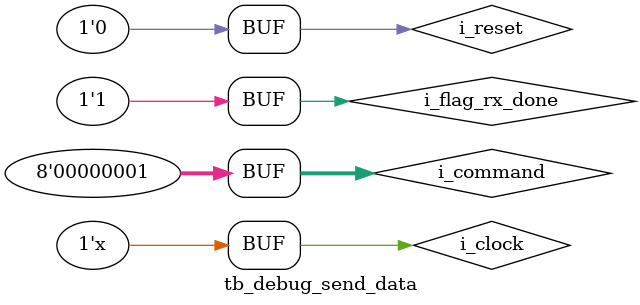
<source format=v>
`timescale 1ns / 1ps


module tb_debug_send_data#(
    parameter SIZE_MEM = 1024,
    parameter SIZE_REG = 32,
    parameter SIZE_COMMAND = 8,
    parameter SIZE_PC = 32,
    parameter SIZE_BUFFER_TO_USER = 170,             // PC + Rs + Rt + A + B + AddrMem + DataMem
    parameter SIZE_RS = 5,
    parameter SIZE_RT = 5,
    parameter SIZE_TRAMA = 8
    );
    reg  i_clock,
 i_reset,i_tx_start,i_flag_rx_done;
    reg [7:0] i_command;                       //Comando que viene desde la PC al Debuguer
    wire i_flag_tx_done;
    wire [(SIZE_PC-1):0] i_pc, i_rs, i_rt, i_a, i_b, i_addr_mem, i_data_mem; 
    
    wire [(SIZE_TRAMA-1):0] o_trama_tx;
    wire o_tx_start;
    wire o_enable_pc;
    
    localparam L=1;
    localparam C=2;
    localparam S=3;
    localparam N=4;
    localparam BYTES_PER_INSTRUCTION=4;
    localparam HALT = 32'b0;
    localparam TX_COUNTER= 21;

Debuguer my_debug(
    .i_clock(i_clock),
    .i_reset(i_reset),
    .i_tx_start(i_tx_start),
    .i_flag_rx_done(i_flag_rx_done),
    .i_command(i_command),
    .i_flag_tx_done(i_flag_tx_done),
    .i_pc(i_pc),
    .i_rs(i_rs),
    .i_rt(i_rt),
    .i_a(i_a),
    .i_b(i_b),
    .i_addr_mem(i_addr_mem),
    .i_data_mem(i_data_mem)
    );
    
    
    //CLOCK
always #1000 i_clock = ~i_clock;

initial
begin

    i_clock = 0;
    i_reset = 1;
    #2000
    i_reset = 0;
    
    i_flag_rx_done=1;
    i_command=L;
    #2000
    i_flag_rx_done=0;
    #2000
    i_flag_rx_done=1;
    i_command=L;




end

    
    
endmodule

</source>
